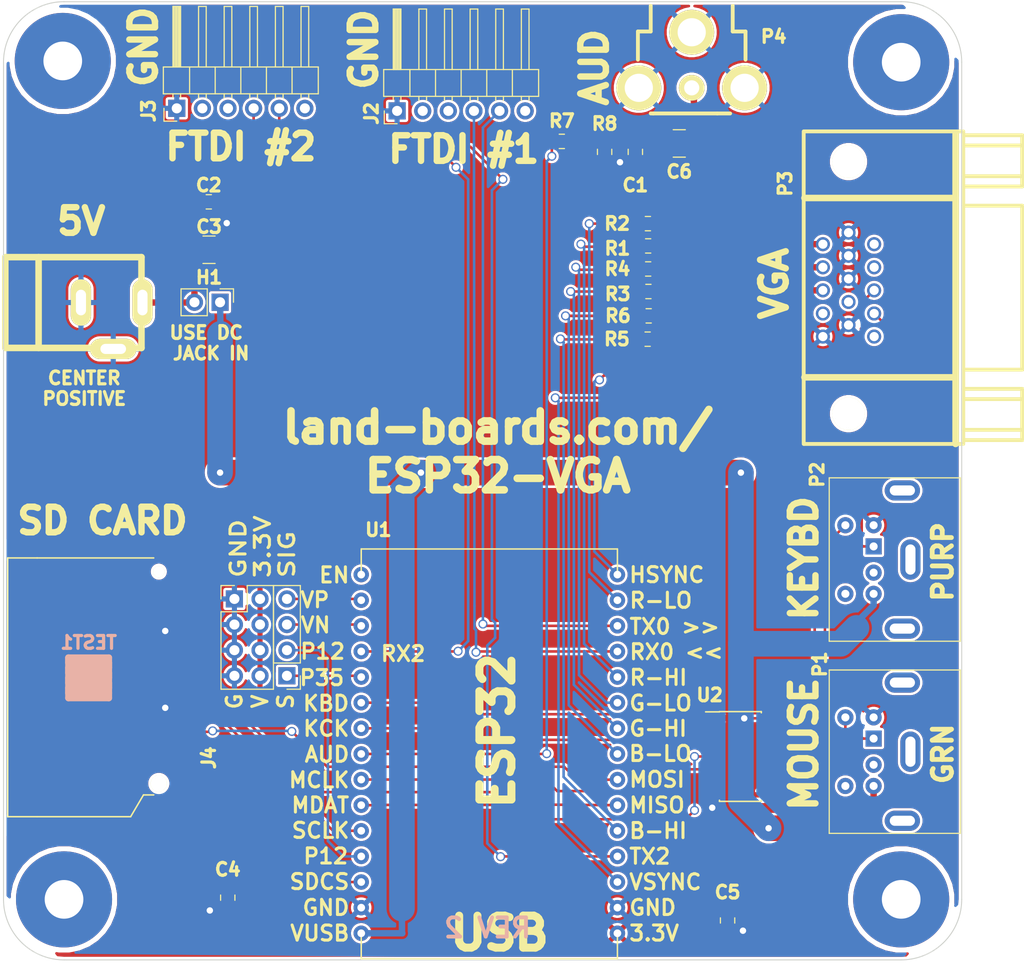
<source format=kicad_pcb>
(kicad_pcb (version 20171130) (host pcbnew "(5.1.5)-3")
  (title_block (title ESP32-VGA) (date 2019-03-03) (rev 2) (company land-boards.com))
  (layers (0 F.Cu signal) (31 B.Cu signal) (36 B.SilkS user hide) (37 F.SilkS user) (38 B.Mask user hide) (39 F.Mask user) (44 Edge.Cuts user))
  (net 0 "")
  (net 1 +5V)
  (net 2 GND)
  (net 3 +3V3)
  (net 4 /GP35)
  (net 5 /TX0)
  (net 6 /RX0)
  (net 7 /TX2)
  (net 8 /VP)
  (net 9 /VN)
  (net 10 "Net-(C1-Pad1)")
  (net 11 "Net-(P3-Pad3)")
  (net 12 "Net-(P3-Pad2)")
  (net 13 "Net-(P3-Pad1)")
  (net 14 /HSYNC)
  (net 15 /VSYNC)
  (net 16 /REDHI)
  (net 17 /REDLO)
  (net 18 /GRNHI)
  (net 19 /GRNLO)
  (net 20 /BLUHI)
  (net 21 /BLULO)
  (net 22 /AUDIO)
  (net 23 /KBDAT)
  (net 24 /KBCLK)
  (net 25 /MSECLK)
  (net 26 /MSEDAT)
  (net 27 /RX2)
  (net 28 /MOSI)
  (net 29 /SDCS)
  (net 30 /SCLK)
  (net 31 /MISO)
  (net 32 /GP12)
  (net 33 "Net-(C2-Pad1)")
  (net 34 "Net-(C6-Pad2)")
  (net 35 "Net-(P1-Pad5)")
  (net 36 "Net-(P1-Pad1)")
  (net 37 "Net-(P2-Pad1)")
  (net 38 "Net-(P2-Pad5)")
  (module Resistor_SMD:R_0805_2012Metric_Pad1.15x1.40mm_HandSolder (layer F.Cu) (at 65.3542 23.8506 180)
    (fp_text reference R7 (at 0 2.032 180) (layer F.SilkS) (effects (font (size 1.27 1.27) (thickness 0.3175))))
    (fp_text value 270)
    (pad 1 smd roundrect (at -1.025 0 180) (size 1.15 1.4) (layers F.Cu F.Paste F.Mask) (roundrect_rratio 0.217391) (net 10 "Net-(C1-Pad1)"))
    (pad 2 smd roundrect (at 1.025 0 180) (size 1.15 1.4) (layers F.Cu F.Paste F.Mask) (roundrect_rratio 0.217391) (net 22 /AUDIO))
  )
  (module LandBoards_MountHoles:MTG-6-32 (layer F.Cu) (at 15.875 15.875)
    (fp_text reference MTG1 hide)
    (fp_text value MTG_HOLE hide)
    (pad 1 thru_hole circle (at 0 0) (size 9.525 9.525) (drill 3.8354) (layers *.Cu *.Mask) (clearance 0.508))
  )
  (module LandBoards_MountHoles:MTG-6-32 (layer F.Cu) (at 99 99)
    (fp_text reference MTG2 hide)
    (fp_text value MTG_HOLE hide)
    (pad 1 thru_hole circle (at 0 0) (size 9.525 9.525) (drill 3.8354) (layers *.Cu *.Mask) (clearance 0.508))
  )
  (module LandBoards_MountHoles:MTG-6-32 (layer F.Cu) (at 16 99)
    (fp_text reference MTG3 hide)
    (fp_text value MTG_HOLE hide)
    (pad 1 thru_hole circle (at 0 0) (size 9.525 9.525) (drill 3.8354) (layers *.Cu *.Mask) (clearance 0.508))
  )
  (module LandBoards_MountHoles:MTG-6-32 (layer F.Cu) (at 99 16)
    (fp_text reference MTG?1 hide)
    (fp_text value MTG_HOLE hide)
    (pad 1 thru_hole circle (at 0 0) (size 9.525 9.525) (drill 3.8354) (layers *.Cu *.Mask) (clearance 0.508))
  )
  (module LandBoards_BoardOutlines:ESP32_EXP (layer F.Cu) (at 58.166 102.362 180)
    (fp_text reference U1 (at 11 40 180) (layer F.SilkS) (effects (font (size 1.27 1.27) (thickness 0.3175))))
    (fp_text value "ESP32 MODULE")
    (pad 1 thru_hole circle (at -12.7 0 180) (size 1.524 1.524) (drill 0.762) (layers *.Cu *.Mask) (net 3 +3V3))
    (pad 2 thru_hole circle (at -12.7 2.54 180) (size 1.524 1.524) (drill 0.762) (layers *.Cu *.Mask) (net 2 GND))
    (pad 3 thru_hole circle (at -12.7 5.08 180) (size 1.524 1.524) (drill 0.762) (layers *.Cu *.Mask) (net 15 /VSYNC))
    (pad 4 thru_hole circle (at -12.7 7.62 180) (size 1.524 1.524) (drill 0.762) (layers *.Cu *.Mask) (net 7 /TX2))
    (pad 5 thru_hole circle (at -12.7 10.16 180) (size 1.524 1.524) (drill 0.762) (layers *.Cu *.Mask) (net 20 /BLUHI))
    (pad 6 thru_hole circle (at -12.7 12.7 180) (size 1.524 1.524) (drill 0.762) (layers *.Cu *.Mask) (net 31 /MISO))
    (pad 7 thru_hole circle (at -12.7 15.24 180) (size 1.524 1.524) (drill 0.762) (layers *.Cu *.Mask) (net 28 /MOSI))
    (pad 8 thru_hole circle (at -12.7 17.78 180) (size 1.524 1.524) (drill 0.762) (layers *.Cu *.Mask) (net 21 /BLULO))
    (pad 9 thru_hole circle (at -12.7 20.32 180) (size 1.524 1.524) (drill 0.762) (layers *.Cu *.Mask) (net 18 /GRNHI))
    (pad 10 thru_hole circle (at -12.7 22.86 180) (size 1.524 1.524) (drill 0.762) (layers *.Cu *.Mask) (net 19 /GRNLO))
    (pad 11 thru_hole circle (at -12.7 25.4 180) (size 1.524 1.524) (drill 0.762) (layers *.Cu *.Mask) (net 16 /REDHI))
    (pad 12 thru_hole circle (at -12.7 27.94 180) (size 1.524 1.524) (drill 0.762) (layers *.Cu *.Mask) (net 6 /RX0))
    (pad 13 thru_hole circle (at -12.7 30.48 180) (size 1.524 1.524) (drill 0.762) (layers *.Cu *.Mask) (net 5 /TX0))
    (pad 14 thru_hole circle (at -12.7 33.02 180) (size 1.524 1.524) (drill 0.762) (layers *.Cu *.Mask) (net 17 /REDLO))
    (pad 15 thru_hole circle (at -12.7 35.56 180) (size 1.524 1.524) (drill 0.762) (layers *.Cu *.Mask) (net 14 /HSYNC))
    (pad 16 thru_hole circle (at 12.7 35.56 180) (size 1.524 1.524) (drill 0.762) (layers *.Cu *.Mask))
    (pad 17 thru_hole circle (at 12.7 33.02 180) (size 1.524 1.524) (drill 0.762) (layers *.Cu *.Mask) (net 8 /VP))
    (pad 18 thru_hole circle (at 12.7 30.48 180) (size 1.524 1.524) (drill 0.762) (layers *.Cu *.Mask) (net 9 /VN))
    (pad 19 thru_hole circle (at 12.7 27.94 180) (size 1.524 1.524) (drill 0.762) (layers *.Cu *.Mask) (net 27 /RX2))
    (pad 20 thru_hole circle (at 12.7 25.4 180) (size 1.524 1.524) (drill 0.762) (layers *.Cu *.Mask) (net 4 /GP35))
    (pad 21 thru_hole circle (at 12.7 22.86 180) (size 1.524 1.524) (drill 0.762) (layers *.Cu *.Mask) (net 23 /KBDAT))
    (pad 22 thru_hole circle (at 12.7 20.32 180) (size 1.524 1.524) (drill 0.762) (layers *.Cu *.Mask) (net 24 /KBCLK))
    (pad 23 thru_hole circle (at 12.7 17.78 180) (size 1.524 1.524) (drill 0.762) (layers *.Cu *.Mask) (net 22 /AUDIO))
    (pad 24 thru_hole circle (at 12.7 15.24 180) (size 1.524 1.524) (drill 0.762) (layers *.Cu *.Mask) (net 25 /MSECLK))
    (pad 25 thru_hole circle (at 12.7 12.7 180) (size 1.524 1.524) (drill 0.762) (layers *.Cu *.Mask) (net 26 /MSEDAT))
    (pad 26 thru_hole circle (at 12.7 10.16 180) (size 1.524 1.524) (drill 0.762) (layers *.Cu *.Mask) (net 30 /SCLK))
    (pad 27 thru_hole circle (at 12.7 7.62 180) (size 1.524 1.524) (drill 0.762) (layers *.Cu *.Mask) (net 32 /GP12))
    (pad 28 thru_hole circle (at 12.7 5.08 180) (size 1.524 1.524) (drill 0.762) (layers *.Cu *.Mask) (net 29 /SDCS))
    (pad 29 thru_hole circle (at 12.7 2.54 180) (size 1.524 1.524) (drill 0.762) (layers *.Cu *.Mask) (net 2 GND))
    (pad 30 thru_hole circle (at 12.7 0 180) (size 1.524 1.524) (drill 0.762) (layers *.Cu *.Mask) (net 1 +5V))
  )
  (module LandBoards_Conns:DB_15F-VGA-fixed (layer F.Cu) (at 97.79 38.354 90)
    (fp_text reference P3 (at 10.3124 -10.287 90) (layer F.SilkS) (effects (font (size 1.27 1.27) (thickness 0.3175))))
    (fp_text value "CONN, DB15HD, BLUE (VGA)" hide)
    (pad "" np_thru_hole circle (at 12.49426 -4.01066 90) (size 3.2 3.2) (drill 3.2) (layers *.Cu *.Mask F.SilkS))
    (pad 3 thru_hole circle (at -0.2667 -6.55066 90) (size 1.397 1.397) (drill 0.889) (layers *.Cu *.Mask) (net 11 "Net-(P3-Pad3)"))
    (pad 2 thru_hole circle (at 2.0193 -6.55066 90) (size 1.397 1.397) (drill 0.9144) (layers *.Cu *.Mask) (net 12 "Net-(P3-Pad2)"))
    (pad 1 thru_hole circle (at 4.31038 -6.55066 90) (size 1.397 1.397) (drill 0.9144) (layers *.Cu *.Mask) (net 13 "Net-(P3-Pad1)"))
    (pad 4 thru_hole circle (at -2.56032 -6.55066 90) (size 1.397 1.397) (drill 0.9144) (layers *.Cu *.Mask))
    (pad 5 thru_hole circle (at -4.84886 -6.55066 90) (size 1.397 1.397) (drill 0.9144) (layers *.Cu *.Mask) (net 2 GND))
    (pad 9 thru_hole circle (at -1.41478 -4.01066 90) (size 1.397 1.397) (drill 0.9144) (layers *.Cu *.Mask))
    (pad 8 thru_hole circle (at 0.87376 -4.01066 90) (size 1.397 1.397) (drill 0.9144) (layers *.Cu *.Mask) (net 2 GND))
    (pad 7 thru_hole circle (at 3.16484 -4.01066 90) (size 1.397 1.397) (drill 0.9144) (layers *.Cu *.Mask) (net 2 GND))
    (pad 6 thru_hole circle (at 5.45592 -4.01066 90) (size 1.397 1.397) (drill 0.9144) (layers *.Cu *.Mask) (net 2 GND))
    (pad "" np_thru_hole circle (at -12.49426 -4.01066 90) (size 3.2 3.2) (drill 3.2) (layers *.Cu *.Mask F.SilkS))
    (pad 10 thru_hole circle (at -3.70586 -4.01066 90) (size 1.397 1.397) (drill 0.9144) (layers *.Cu *.Mask) (net 2 GND))
    (pad 11 thru_hole circle (at 4.31038 -1.47066 90) (size 1.397 1.397) (drill 0.9144) (layers *.Cu *.Mask))
    (pad 12 thru_hole circle (at 2.0193 -1.47066 90) (size 1.397 1.397) (drill 0.9144) (layers *.Cu *.Mask))
    (pad 13 thru_hole circle (at -0.26924 -1.4732 90) (size 1.397 1.397) (drill 0.9144) (layers *.Cu *.Mask) (net 14 /HSYNC))
    (pad 14 thru_hole circle (at -2.56032 -1.47066 90) (size 1.397 1.397) (drill 0.9144) (layers *.Cu *.Mask) (net 15 /VSYNC))
    (pad 15 thru_hole circle (at -4.84886 -1.47066 90) (size 1.397 1.397) (drill 0.9144) (layers *.Cu *.Mask))
  )
  (module Resistor_SMD:R_0805_2012Metric_Pad1.15x1.40mm_HandSolder (layer F.Cu) (at 73.914 34.2138 180)
    (fp_text reference R1 (at 3.048 -0.254 180) (layer F.SilkS) (effects (font (size 1.27 1.27) (thickness 0.3175))))
    (fp_text value 261)
    (pad 1 smd roundrect (at -1.025 0 180) (size 1.15 1.4) (layers F.Cu F.Paste F.Mask) (roundrect_rratio 0.217391) (net 13 "Net-(P3-Pad1)"))
    (pad 2 smd roundrect (at 1.025 0 180) (size 1.15 1.4) (layers F.Cu F.Paste F.Mask) (roundrect_rratio 0.217391) (net 16 /REDHI))
  )
  (module Resistor_SMD:R_0805_2012Metric_Pad1.15x1.40mm_HandSolder (layer F.Cu) (at 73.8886 32.004 180)
    (fp_text reference R2 (at 3.048 0 180) (layer F.SilkS) (effects (font (size 1.27 1.27) (thickness 0.3175))))
    (fp_text value 523)
    (pad 2 smd roundrect (at 1.025 0 180) (size 1.15 1.4) (layers F.Cu F.Paste F.Mask) (roundrect_rratio 0.217391) (net 17 /REDLO))
    (pad 1 smd roundrect (at -1.025 0 180) (size 1.15 1.4) (layers F.Cu F.Paste F.Mask) (roundrect_rratio 0.217391) (net 13 "Net-(P3-Pad1)"))
  )
  (module Resistor_SMD:R_0805_2012Metric_Pad1.15x1.40mm_HandSolder (layer F.Cu) (at 73.9394 38.735 180)
    (fp_text reference R3 (at 3.048 -0.254 180) (layer F.SilkS) (effects (font (size 1.27 1.27) (thickness 0.3175))))
    (fp_text value 261)
    (pad 1 smd roundrect (at -1.025 0 180) (size 1.15 1.4) (layers F.Cu F.Paste F.Mask) (roundrect_rratio 0.217391) (net 12 "Net-(P3-Pad2)"))
    (pad 2 smd roundrect (at 1.025 0 180) (size 1.15 1.4) (layers F.Cu F.Paste F.Mask) (roundrect_rratio 0.217391) (net 18 /GRNHI))
  )
  (module Resistor_SMD:R_0805_2012Metric_Pad1.15x1.40mm_HandSolder (layer F.Cu) (at 73.914 36.4998 180)
    (fp_text reference R4 (at 3.048 0 180) (layer F.SilkS) (effects (font (size 1.27 1.27) (thickness 0.3175))))
    (fp_text value 523)
    (pad 2 smd roundrect (at 1.025 0 180) (size 1.15 1.4) (layers F.Cu F.Paste F.Mask) (roundrect_rratio 0.217391) (net 19 /GRNLO))
    (pad 1 smd roundrect (at -1.025 0 180) (size 1.15 1.4) (layers F.Cu F.Paste F.Mask) (roundrect_rratio 0.217391) (net 12 "Net-(P3-Pad2)"))
  )
  (module Resistor_SMD:R_0805_2012Metric_Pad1.15x1.40mm_HandSolder (layer F.Cu) (at 73.8632 43.4594 180)
    (fp_text reference R5 (at 3.048 0 180) (layer F.SilkS) (effects (font (size 1.27 1.27) (thickness 0.3175))))
    (fp_text value 261)
    (pad 2 smd roundrect (at 1.025 0 180) (size 1.15 1.4) (layers F.Cu F.Paste F.Mask) (roundrect_rratio 0.217391) (net 20 /BLUHI))
    (pad 1 smd roundrect (at -1.025 0 180) (size 1.15 1.4) (layers F.Cu F.Paste F.Mask) (roundrect_rratio 0.217391) (net 11 "Net-(P3-Pad3)"))
  )
  (module Resistor_SMD:R_0805_2012Metric_Pad1.15x1.40mm_HandSolder (layer F.Cu) (at 73.9648 41.148 180)
    (fp_text reference R6 (at 3.048 0 180) (layer F.SilkS) (effects (font (size 1.27 1.27) (thickness 0.3175))))
    (fp_text value 523)
    (pad 1 smd roundrect (at -1.025 0 180) (size 1.15 1.4) (layers F.Cu F.Paste F.Mask) (roundrect_rratio 0.217391) (net 11 "Net-(P3-Pad3)"))
    (pad 2 smd roundrect (at 1.025 0 180) (size 1.15 1.4) (layers F.Cu F.Paste F.Mask) (roundrect_rratio 0.217391) (net 21 /BLULO))
  )
  (module Resistor_SMD:R_0805_2012Metric_Pad1.15x1.40mm_HandSolder (layer F.Cu) (at 69.596 24.892 90)
    (fp_text reference R8 (at 2.794 0 180) (layer F.SilkS) (effects (font (size 1.27 1.27) (thickness 0.3175))))
    (fp_text value 150)
    (pad 2 smd roundrect (at 1.025 0 90) (size 1.15 1.4) (layers F.Cu F.Paste F.Mask) (roundrect_rratio 0.217391) (net 10 "Net-(C1-Pad1)"))
    (pad 1 smd roundrect (at -1.025 0 90) (size 1.15 1.4) (layers F.Cu F.Paste F.Mask) (roundrect_rratio 0.217391) (net 2 GND))
  )
  (module LandBoards_Marking:TEST_BLK-REAR (layer F.Cu) (at 18.4404 77.0382)
    (fp_text reference TEST1 (at 0 -3.5) (layer B.SilkS) (effects (font (size 1.27 1.27) (thickness 0.3175)) (justify mirror)))
    (fp_text value COUPON hide)
  )
  (module Package_SO:SOIC-14_3.9x8.7mm_P1.27mm (layer F.Cu) (at 83.058 84.836)
    (fp_text reference U2 (at -3.048 -6.096) (layer F.SilkS) (effects (font (size 1.27 1.27) (thickness 0.3175))))
    (fp_text value TXS0104EDR)
    (pad 1 smd rect (at -2.7 -3.81) (size 1.5 0.6) (layers F.Cu F.Paste F.Mask) (net 3 +3V3))
    (pad 2 smd rect (at -2.7 -2.54) (size 1.5 0.6) (layers F.Cu F.Paste F.Mask) (net 23 /KBDAT))
    (pad 3 smd rect (at -2.7 -1.27) (size 1.5 0.6) (layers F.Cu F.Paste F.Mask) (net 24 /KBCLK))
    (pad 4 smd rect (at -2.7 0) (size 1.5 0.6) (layers F.Cu F.Paste F.Mask) (net 26 /MSEDAT))
    (pad 5 smd rect (at -2.7 1.27) (size 1.5 0.6) (layers F.Cu F.Paste F.Mask) (net 25 /MSECLK))
    (pad 6 smd rect (at -2.7 2.54) (size 1.5 0.6) (layers F.Cu F.Paste F.Mask))
    (pad 7 smd rect (at -2.7 3.81) (size 1.5 0.6) (layers F.Cu F.Paste F.Mask) (net 2 GND))
    (pad 8 smd rect (at 2.7 3.81) (size 1.5 0.6) (layers F.Cu F.Paste F.Mask) (net 3 +3V3))
    (pad 9 smd rect (at 2.7 2.54) (size 1.5 0.6) (layers F.Cu F.Paste F.Mask))
    (pad 10 smd rect (at 2.7 1.27) (size 1.5 0.6) (layers F.Cu F.Paste F.Mask) (net 35 "Net-(P1-Pad5)"))
    (pad 11 smd rect (at 2.7 0) (size 1.5 0.6) (layers F.Cu F.Paste F.Mask) (net 36 "Net-(P1-Pad1)"))
    (pad 12 smd rect (at 2.7 -1.27) (size 1.5 0.6) (layers F.Cu F.Paste F.Mask) (net 38 "Net-(P2-Pad5)"))
    (pad 13 smd rect (at 2.7 -2.54) (size 1.5 0.6) (layers F.Cu F.Paste F.Mask) (net 37 "Net-(P2-Pad1)"))
    (pad 14 smd rect (at 2.7 -3.81) (size 1.5 0.6) (layers F.Cu F.Paste F.Mask) (net 1 +5V))
  )
  (module LandBoards_Conns:Connector_Mini-DIN_Female_6Pin_2rows (layer F.Cu) (at 96.266 64.008 90)
    (fp_text reference P2 (at 7.112 -5.588 90) (layer F.SilkS) (effects (font (size 1.27 1.27) (thickness 0.3175))))
    (fp_text value "MINI-DIN6, PS2 (PURP)")
    (pad 7 thru_hole oval (at -8.15 2.85 90) (size 2 3.5) (drill oval 1 2.5) (layers *.Cu *.Mask))
    (pad 7 thru_hole oval (at 5.55 2.85 90) (size 2 3.5) (drill oval 1 2.5) (layers *.Cu *.Mask))
    (pad 1 thru_hole rect (at 0 0 90) (size 1.6 1.6) (drill 0.8) (layers *.Cu *.Mask) (net 37 "Net-(P2-Pad1)"))
    (pad 2 thru_hole circle (at -2.6 0 90) (size 1.6 1.6) (drill 0.8) (layers *.Cu *.Mask))
    (pad 3 thru_hole circle (at 2.1 0 90) (size 1.6 1.6) (drill 0.8) (layers *.Cu *.Mask) (net 2 GND))
    (pad 4 thru_hole circle (at -4.7 0 90) (size 1.6 1.6) (drill 0.8) (layers *.Cu *.Mask) (net 1 +5V))
    (pad 5 thru_hole circle (at 2.1 -2.8 90) (size 1.6 1.6) (drill 0.8) (layers *.Cu *.Mask) (net 38 "Net-(P2-Pad5)"))
    (pad 6 thru_hole circle (at -4.7 -2.8 90) (size 1.6 1.6) (drill 0.8) (layers *.Cu *.Mask))
    (pad 7 thru_hole oval (at -1.3 3.65 90) (size 4 2) (drill oval 3 1) (layers *.Cu *.Mask))
  )
  (module LandBoards_Conns:Connector_Mini-DIN_Female_6Pin_2rows (layer F.Cu) (at 96.266 83.058 90)
    (fp_text reference P1 (at 7.366 -5.334 90) (layer F.SilkS) (effects (font (size 1.27 1.27) (thickness 0.3175))))
    (fp_text value "MINI-DIN6, PS2 (GRN)")
    (pad 7 thru_hole oval (at -1.3 3.65 90) (size 4 2) (drill oval 3 1) (layers *.Cu *.Mask))
    (pad 6 thru_hole circle (at -4.7 -2.8 90) (size 1.6 1.6) (drill 0.8) (layers *.Cu *.Mask))
    (pad 5 thru_hole circle (at 2.1 -2.8 90) (size 1.6 1.6) (drill 0.8) (layers *.Cu *.Mask) (net 35 "Net-(P1-Pad5)"))
    (pad 4 thru_hole circle (at -4.7 0 90) (size 1.6 1.6) (drill 0.8) (layers *.Cu *.Mask) (net 1 +5V))
    (pad 3 thru_hole circle (at 2.1 0 90) (size 1.6 1.6) (drill 0.8) (layers *.Cu *.Mask) (net 2 GND))
    (pad 2 thru_hole circle (at -2.6 0 90) (size 1.6 1.6) (drill 0.8) (layers *.Cu *.Mask))
    (pad 1 thru_hole rect (at 0 0 90) (size 1.6 1.6) (drill 0.8) (layers *.Cu *.Mask) (net 36 "Net-(P1-Pad1)"))
    (pad 7 thru_hole oval (at 5.55 2.85 90) (size 2 3.5) (drill oval 1 2.5) (layers *.Cu *.Mask))
    (pad 7 thru_hole oval (at -8.15 2.85 90) (size 2 3.5) (drill oval 1 2.5) (layers *.Cu *.Mask))
  )
  (module LandBoards_Conns:RCA (layer F.Cu) (at 78.232 18.542)
    (fp_text reference P4 (at 8.128 -5.08 180) (layer F.SilkS) (effects (font (size 1.27 1.27) (thickness 0.3175))))
    (fp_text value "JACK,, RT ANG, RCA" hide)
    (pad 1 thru_hole circle (at 0 -5.5118) (size 4.445 4.445) (drill 2.794) (layers *.Cu *.Mask F.SilkS) (net 2 GND))
    (pad 2 thru_hole circle (at -5.2451 0) (size 4.445 4.445) (drill 2.794) (layers *.Cu *.Mask F.SilkS) (net 2 GND))
    (pad 3 thru_hole circle (at 5.2451 0) (size 4.445 4.445) (drill 2.794) (layers *.Cu *.Mask F.SilkS) (net 2 GND))
    (pad 4 thru_hole circle (at 0 0) (size 2.54 2.54) (drill 1.4986) (layers *.Cu *.Mask F.SilkS) (net 34 "Net-(C6-Pad2)"))
  )
  (module Connector_PinHeader_2.54mm:PinHeader_1x06_P2.54mm_Horizontal (layer F.Cu) (at 49.022 20.828 90)
    (fp_text reference J2 (at -0.254 -2.54 90) (layer F.SilkS) (effects (font (size 1.27 1.27) (thickness 0.3175))))
    (fp_text value "Header, 1x6, Rt Ang, (FTDI)")
    (pad 6 thru_hole oval (at 0 12.7 90) (size 1.7 1.7) (drill 1) (layers *.Cu *.Mask))
    (pad 5 thru_hole oval (at 0 10.16 90) (size 1.7 1.7) (drill 1) (layers *.Cu *.Mask) (net 5 /TX0))
    (pad 4 thru_hole oval (at 0 7.62 90) (size 1.7 1.7) (drill 1) (layers *.Cu *.Mask) (net 6 /RX0))
    (pad 3 thru_hole oval (at 0 5.08 90) (size 1.7 1.7) (drill 1) (layers *.Cu *.Mask))
    (pad 2 thru_hole oval (at 0 2.54 90) (size 1.7 1.7) (drill 1) (layers *.Cu *.Mask))
    (pad 1 thru_hole rect (at 0 0 90) (size 1.7 1.7) (drill 1) (layers *.Cu *.Mask) (net 2 GND))
  )
  (module Connector_PinHeader_2.54mm:PinHeader_1x06_P2.54mm_Horizontal (layer F.Cu) (at 27.178 20.574 90)
    (fp_text reference J3 (at -0.254 -2.794 90) (layer F.SilkS) (effects (font (size 1.27 1.27) (thickness 0.3175))))
    (fp_text value "Header, 1x6, Rt Ang, (FTDI)")
    (pad 1 thru_hole rect (at 0 0 90) (size 1.7 1.7) (drill 1) (layers *.Cu *.Mask) (net 2 GND))
    (pad 2 thru_hole oval (at 0 2.54 90) (size 1.7 1.7) (drill 1) (layers *.Cu *.Mask))
    (pad 3 thru_hole oval (at 0 5.08 90) (size 1.7 1.7) (drill 1) (layers *.Cu *.Mask))
    (pad 4 thru_hole oval (at 0 7.62 90) (size 1.7 1.7) (drill 1) (layers *.Cu *.Mask) (net 27 /RX2))
    (pad 5 thru_hole oval (at 0 10.16 90) (size 1.7 1.7) (drill 1) (layers *.Cu *.Mask) (net 7 /TX2))
    (pad 6 thru_hole oval (at 0 12.7 90) (size 1.7 1.7) (drill 1) (layers *.Cu *.Mask))
  )
  (module Capacitor_SMD:C_0805_2012Metric_Pad1.15x1.40mm_HandSolder (layer F.Cu) (at 72.644 24.892 270)
    (fp_text reference C1 (at 3.302 0) (layer F.SilkS) (effects (font (size 1.27 1.27) (thickness 0.3175))))
    (fp_text value 0.1uF)
    (pad 1 smd roundrect (at -1.025 0 270) (size 1.15 1.4) (layers F.Cu F.Paste F.Mask) (roundrect_rratio 0.217391) (net 10 "Net-(C1-Pad1)"))
    (pad 2 smd roundrect (at 1.025 0 270) (size 1.15 1.4) (layers F.Cu F.Paste F.Mask) (roundrect_rratio 0.217391) (net 2 GND))
  )
  (module Capacitor_SMD:C_0805_2012Metric_Pad1.15x1.40mm_HandSolder (layer F.Cu) (at 32.2326 98.8314 270)
    (fp_text reference C4 (at -2.794 0) (layer F.SilkS) (effects (font (size 1.27 1.27) (thickness 0.3175))))
    (fp_text value 0.1uF)
    (pad 1 smd roundrect (at -1.025 0 270) (size 1.15 1.4) (layers F.Cu F.Paste F.Mask) (roundrect_rratio 0.217391) (net 3 +3V3))
    (pad 2 smd roundrect (at 1.025 0 270) (size 1.15 1.4) (layers F.Cu F.Paste F.Mask) (roundrect_rratio 0.217391) (net 2 GND))
  )
  (module Capacitor_SMD:C_0805_2012Metric_Pad1.15x1.40mm_HandSolder (layer F.Cu) (at 81.788 101.092 270)
    (fp_text reference C5 (at -2.794 0) (layer F.SilkS) (effects (font (size 1.27 1.27) (thickness 0.3175))))
    (fp_text value 0.1uF)
    (pad 2 smd roundrect (at 1.025 0 270) (size 1.15 1.4) (layers F.Cu F.Paste F.Mask) (roundrect_rratio 0.217391) (net 2 GND))
    (pad 1 smd roundrect (at -1.025 0 270) (size 1.15 1.4) (layers F.Cu F.Paste F.Mask) (roundrect_rratio 0.217391) (net 3 +3V3))
  )
  (module LandBoards_Conns:SD_CARD (layer F.Cu) (at 25.4 72.39 270)
    (fp_text reference J4 (at 12.573 -4.953 270) (layer F.SilkS) (effects (font (size 1.27 1.27) (thickness 0.3175))))
    (fp_text value "Conn, SD Card" hide)
    (pad 11 smd rect (at -6.6 -2.8 270) (size 0.7 1.5) (layers F.Cu F.Mask))
    (pad 10 smd rect (at -5.46 -2.8 270) (size 0.7 1.5) (layers F.Cu F.Mask))
    (pad "" np_thru_hole circle (at 15.12 0 270) (size 1.6 1.6) (drill 1.6) (layers *.Cu *.Mask F.SilkS))
    (pad 2 smd rect (at 10 -2.8 270) (size 1 1.5) (layers F.Cu F.Mask) (net 28 /MOSI))
    (pad 1 smd rect (at 12.5 -2.8 270) (size 1 1.5) (layers F.Cu F.Mask) (net 29 /SDCS))
    (pad 3 smd rect (at 7.5 -2.8 270) (size 1 1.5) (layers F.Cu F.Mask) (net 2 GND))
    (pad 4 smd rect (at 5 -2.8 270) (size 1 1.5) (layers F.Cu F.Mask) (net 3 +3V3))
    (pad 5 smd rect (at 2.5 -2.8 270) (size 1 1.5) (layers F.Cu F.Mask) (net 30 /SCLK))
    (pad 6 smd rect (at 0 -2.8 270) (size 1 1.5) (layers F.Cu F.Mask) (net 2 GND))
    (pad 7 smd rect (at -2.42 -2.8 270) (size 1 1.5) (layers F.Cu F.Mask) (net 31 /MISO))
    (pad 8 smd rect (at -4.12 -2.8 270) (size 1 1.5) (layers F.Cu F.Mask))
    (pad 9 smd rect (at 15 -2.8 270) (size 1 1.5) (layers F.Cu F.Mask))
    (pad 12 smd rect (at 17.07 -1 270) (size 1.5 2.8) (layers F.Cu F.Mask))
    (pad 13 smd rect (at -8.03 -1 270) (size 1.5 2.8) (layers F.Cu F.Mask))
    (pad 14 smd rect (at -8.03 13.5 270) (size 1.5 2.8) (layers F.Cu F.Mask))
    (pad 15 smd rect (at 19.27 13.5 270) (size 1.5 2.8) (layers F.Cu F.Mask))
    (pad "" np_thru_hole circle (at -5.88 0 270) (size 1.1 1.1) (drill 1.1) (layers *.Cu *.Mask F.SilkS))
  )
  (module Connector_PinHeader_2.54mm:PinHeader_2x04_P2.54mm_Vertical (layer F.Cu) (at 32.893 69.215)
    (fp_text reference H2 hide)
    (fp_text value "Header, Vert, 2x4")
    (pad 1 thru_hole rect (at 0 0) (size 1.7 1.7) (drill 1) (layers *.Cu *.Mask) (net 2 GND))
    (pad 2 thru_hole oval (at 2.54 0) (size 1.7 1.7) (drill 1) (layers *.Cu *.Mask) (net 3 +3V3))
    (pad 3 thru_hole oval (at 0 2.54) (size 1.7 1.7) (drill 1) (layers *.Cu *.Mask) (net 2 GND))
    (pad 4 thru_hole oval (at 2.54 2.54) (size 1.7 1.7) (drill 1) (layers *.Cu *.Mask) (net 3 +3V3))
    (pad 5 thru_hole oval (at 0 5.08) (size 1.7 1.7) (drill 1) (layers *.Cu *.Mask) (net 2 GND))
    (pad 6 thru_hole oval (at 2.54 5.08) (size 1.7 1.7) (drill 1) (layers *.Cu *.Mask) (net 3 +3V3))
    (pad 7 thru_hole oval (at 0 7.62) (size 1.7 1.7) (drill 1) (layers *.Cu *.Mask) (net 2 GND))
    (pad 8 thru_hole oval (at 2.54 7.62) (size 1.7 1.7) (drill 1) (layers *.Cu *.Mask) (net 3 +3V3))
  )
  (module Connector_PinHeader_2.54mm:PinHeader_1x04_P2.54mm_Vertical (layer F.Cu) (at 38.1 76.835 180)
    (fp_text reference H3 hide)
    (fp_text value "Header, Vert, 1x4")
    (pad 1 thru_hole rect (at 0 0 180) (size 1.7 1.7) (drill 1) (layers *.Cu *.Mask) (net 4 /GP35))
    (pad 2 thru_hole oval (at 0 2.54 180) (size 1.7 1.7) (drill 1) (layers *.Cu *.Mask) (net 32 /GP12))
    (pad 3 thru_hole oval (at 0 5.08 180) (size 1.7 1.7) (drill 1) (layers *.Cu *.Mask) (net 9 /VN))
    (pad 4 thru_hole oval (at 0 7.62 180) (size 1.7 1.7) (drill 1) (layers *.Cu *.Mask) (net 8 /VP))
  )
  (module Capacitor_SMD:C_0805_2012Metric_Pad1.15x1.40mm_HandSolder (layer F.Cu) (at 30.353 29.845)
    (fp_text reference C2 (at 0 -1.65) (layer F.SilkS) (effects (font (size 1.27 1.27) (thickness 0.3175))))
    (fp_text value 0.1uF)
    (pad 1 smd roundrect (at -1.025 0) (size 1.15 1.4) (layers F.Cu F.Paste F.Mask) (roundrect_rratio 0.217391) (net 33 "Net-(C2-Pad1)"))
    (pad 2 smd roundrect (at 1.025 0) (size 1.15 1.4) (layers F.Cu F.Paste F.Mask) (roundrect_rratio 0.217391) (net 2 GND))
  )
  (module Capacitor_SMD:C_1210_3225Metric_Pad1.42x2.65mm_HandSolder (layer F.Cu) (at 30.3784 34.5948)
    (fp_text reference C3 (at 0 -2.28) (layer F.SilkS) (effects (font (size 1.27 1.27) (thickness 0.3175))))
    (fp_text value 10uF)
    (pad 2 smd roundrect (at 1.4875 0) (size 1.425 2.65) (layers F.Cu F.Paste F.Mask) (roundrect_rratio 0.175439) (net 2 GND))
    (pad 1 smd roundrect (at -1.4875 0) (size 1.425 2.65) (layers F.Cu F.Paste F.Mask) (roundrect_rratio 0.175439) (net 33 "Net-(C2-Pad1)"))
  )
  (module Capacitor_SMD:C_1210_3225Metric_Pad1.42x2.65mm_HandSolder (layer F.Cu) (at 76.9985 24.0538)
    (fp_text reference C6 (at 0 2.794) (layer F.SilkS) (effects (font (size 1.27 1.27) (thickness 0.3175))))
    (fp_text value 10uF)
    (pad 1 smd roundrect (at -1.4875 0) (size 1.425 2.65) (layers F.Cu F.Paste F.Mask) (roundrect_rratio 0.175439) (net 10 "Net-(C1-Pad1)"))
    (pad 2 smd roundrect (at 1.4875 0) (size 1.425 2.65) (layers F.Cu F.Paste F.Mask) (roundrect_rratio 0.175439) (net 34 "Net-(C6-Pad2)"))
  )
  (module Connector_PinHeader_2.54mm:PinHeader_1x02_P2.54mm_Vertical (layer F.Cu) (at 31.4706 39.8018 270)
    (fp_text reference H1 (at -2.4638 1.0922 180) (layer F.SilkS) (effects (font (size 1.27 1.27) (thickness 0.3175))))
    (fp_text value Conn_01x02)
    (pad 1 thru_hole rect (at 0 0 270) (size 1.7 1.7) (drill 1) (layers *.Cu *.Mask) (net 1 +5V))
    (pad 2 thru_hole oval (at 0 2.54 270) (size 1.7 1.7) (drill 1) (layers *.Cu *.Mask) (net 33 "Net-(C2-Pad1)"))
  )
  (module LandBoards_Conns:DCJ-NEW-Slotted (layer F.Cu) (at 17.6784 39.8272)
    (fp_text reference J1 hide)
    (fp_text value DCJ0202 hide)
    (pad 2 thru_hole oval (at 0 0) (size 2 4.6) (drill oval 1 2.54) (layers *.Cu *.Mask F.SilkS) (net 2 GND))
    (pad 1 thru_hole oval (at 6.1 0) (size 2 4.6) (drill oval 1 2.54) (layers *.Cu *.Mask F.SilkS) (net 33 "Net-(C2-Pad1)"))
    (pad 3 thru_hole oval (at 3.2 4.6) (size 4.6 2) (drill oval 2.54 1) (layers *.Cu *.Mask F.SilkS) (net 2 GND))
  )
  (gr_text VGA (at 86.4108 37.9476 90) (layer F.SilkS) (effects (font (size 2.54 2.54) (thickness 0.635))))
  (gr_text "USE DC \nJACK IN" (at 30.5816 43.8404) (layer F.SilkS) (effects (font (size 1.27 1.27) (thickness 0.3175))))
  (gr_text "CENTER\nPOSITIVE" (at 18.0086 48.3362) (layer F.SilkS) (effects (font (size 1.27 1.27) (thickness 0.3175))))
  (gr_text 5V (at 17.7038 31.7754) (layer F.SilkS) (effects (font (size 2.54 2.54) (thickness 0.635))))
  (gr_text P12 (at 44.323 94.7166) (layer F.SilkS) (effects (font (size 1.5 1.5) (thickness 0.3)) (justify right)))
  (gr_text GRN (at 103.124 84.582 90) (layer F.SilkS) (effects (font (size 1.905 1.905) (thickness 0.47625))))
  (gr_text PURP (at 103.124 65.532 90) (layer F.SilkS) (effects (font (size 1.905 1.905) (thickness 0.47625))))
  (gr_text "SD CARD" (at 19.812 61.468) (layer F.SilkS) (effects (font (size 2.54 2.54) (thickness 0.635))))
  (gr_text GND (at 44.45 99.822) (layer F.SilkS) (effects (font (size 1.5 1.5) (thickness 0.3)) (justify right)))
  (gr_text GND (at 45.72 14.732 90) (layer F.SilkS) (effects (font (size 2.54 2.54) (thickness 0.635))))
  (gr_text GND (at 23.876 14.478 90) (layer F.SilkS) (effects (font (size 2.54 2.54) (thickness 0.635))))
  (gr_text AUD (at 68.58 16.51 90) (layer F.SilkS) (effects (font (size 2.54 2.54) (thickness 0.635))))
  (gr_text KEYBD (at 89.3572 65.1764 90) (layer F.SilkS) (effects (font (size 2.54 2.54) (thickness 0.635))))
  (gr_text MOUSE (at 89.3572 83.6168 90) (layer F.SilkS) (effects (font (size 2.54 2.54) (thickness 0.635))))
  (gr_text "GND\n3.3V\nSIG" (at 35.687 67.31 90) (layer F.SilkS) (effects (font (size 1.5 1.905) (thickness 0.3)) (justify left)))
  (gr_text "FTDI #2" (at 33.528 24.384) (layer F.SilkS) (effects (font (size 2.54 2.54) (thickness 0.635))))
  (gr_text VUSB (at 44.45 102.362) (layer F.SilkS) (effects (font (size 1.5 1.5) (thickness 0.3)) (justify right)))
  (gr_text EN (at 44.45 66.8528) (layer F.SilkS) (effects (font (size 1.5 1.5) (thickness 0.3)) (justify right)))
  (gr_text VP (at 42.4688 69.3166) (layer F.SilkS) (effects (font (size 1.5 1.5) (thickness 0.3)) (justify right)))
  (gr_text VN (at 42.5704 71.8058) (layer F.SilkS) (effects (font (size 1.5 1.5) (thickness 0.3)) (justify right)))
  (gr_text S (at 37.973 79.375 90) (layer F.SilkS) (effects (font (size 1.5 1.5) (thickness 0.3))))
  (gr_text G (at 32.893 79.375 90) (layer F.SilkS) (effects (font (size 1.5 1.5) (thickness 0.3))))
  (gr_text V (at 35.433 79.375 90) (layer F.SilkS) (effects (font (size 1.5 1.5) (thickness 0.3))))
  (gr_text SDCS (at 44.45 97.2566) (layer F.SilkS) (effects (font (size 1.5 1.5) (thickness 0.3)) (justify right)))
  (gr_text P12 (at 44.0182 74.422) (layer F.SilkS) (effects (font (size 1.5 1.5) (thickness 0.3)) (justify right)))
  (gr_text SCLK (at 44.45 92.1766) (layer F.SilkS) (effects (font (size 1.5 1.5) (thickness 0.3)) (justify right)))
  (gr_text MDAT (at 44.4246 89.662) (layer F.SilkS) (effects (font (size 1.5 1.5) (thickness 0.3)) (justify right)))
  (gr_text MCLK (at 44.45 87.1728) (layer F.SilkS) (effects (font (size 1.5 1.5) (thickness 0.3)) (justify right)))
  (gr_text AUD (at 44.45 84.6328) (layer F.SilkS) (effects (font (size 1.5 1.5) (thickness 0.3)) (justify right)))
  (gr_text KCK (at 44.45 82.0674) (layer F.SilkS) (effects (font (size 1.5 1.5) (thickness 0.3)) (justify right)))
  (gr_text KBD (at 44.4246 79.5782) (layer F.SilkS) (effects (font (size 1.5 1.5) (thickness 0.3)) (justify right)))
  (gr_text P35 (at 43.942 77.0382) (layer F.SilkS) (effects (font (size 1.5 1.5) (thickness 0.3)) (justify right)))
  (gr_text RX2 (at 51.9938 74.6506) (layer F.SilkS) (effects (font (size 1.5 1.5) (thickness 0.3)) (justify right)))
  (gr_text VSYNC (at 71.882 97.282) (layer F.SilkS) (effects (font (size 1.5 1.5) (thickness 0.3)) (justify left)))
  (gr_text TX2 (at 71.882 94.742) (layer F.SilkS) (effects (font (size 1.5 1.5) (thickness 0.3)) (justify left)))
  (gr_text B-HI (at 71.882 92.202) (layer F.SilkS) (effects (font (size 1.5 1.5) (thickness 0.3)) (justify left)))
  (gr_text MISO (at 71.882 89.662) (layer F.SilkS) (effects (font (size 1.5 1.5) (thickness 0.3)) (justify left)))
  (gr_text MOSI (at 71.882 87.122) (layer F.SilkS) (effects (font (size 1.5 1.5) (thickness 0.3)) (justify left)))
  (gr_text B-LO (at 71.8566 84.5566) (layer F.SilkS) (effects (font (size 1.5 1.5) (thickness 0.3)) (justify left)))
  (gr_text G-HI (at 71.882 82.0674) (layer F.SilkS) (effects (font (size 1.5 1.5) (thickness 0.3)) (justify left)))
  (gr_text G-LO (at 71.882 79.5528) (layer F.SilkS) (effects (font (size 1.5 1.5) (thickness 0.3)) (justify left)))
  (gr_text R-HI (at 71.9074 77.0128) (layer F.SilkS) (effects (font (size 1.5 1.5) (thickness 0.3)) (justify left)))
  (gr_text HSYNC (at 71.882 66.8274) (layer F.SilkS) (effects (font (size 1.5 1.5) (thickness 0.3)) (justify left)))
  (gr_text 3.3V (at 71.882 102.362) (layer F.SilkS) (effects (font (size 1.5 1.5) (thickness 0.3)) (justify left)))
  (gr_text "RX0 <<" (at 71.9074 74.4728) (layer F.SilkS) (effects (font (size 1.5 1.5) (thickness 0.3)) (justify left)))
  (gr_text R-LO (at 71.9074 69.3674) (layer F.SilkS) (effects (font (size 1.5 1.5) (thickness 0.3)) (justify left)))
  (gr_text GND (at 71.882 99.822) (layer F.SilkS) (effects (font (size 1.5 1.5) (thickness 0.3)) (justify left)))
  (gr_text "TX0 >>" (at 71.9074 71.9582) (layer F.SilkS) (effects (font (size 1.5 1.5) (thickness 0.3)) (justify left)))
  (gr_text "FTDI #1" (at 55.626 24.638) (layer F.SilkS) (effects (font (size 2.54 2.54) (thickness 0.635))))
  (gr_text USB (at 59.182 102.362) (layer F.SilkS) (effects (font (size 3.175 3.175) (thickness 0.79375))))
  (gr_text ESP32 (at 58.928 82.296 90) (layer F.SilkS) (effects (font (size 3.175 3.175) (thickness 0.79375))))
  (gr_text "REV 2" (at 57.9882 101.8286) (layer B.SilkS) (effects (font (size 1.905 1.905) (thickness 0.381)) (justify mirror)))
  (gr_line (start 10 99) (end 10 16) (angle 90) (layer Edge.Cuts) (width 0.1))
  (gr_line (start 99 105) (end 16 105) (angle 90) (layer Edge.Cuts) (width 0.1))
  (gr_line (start 105 16) (end 105 99) (angle 90) (layer Edge.Cuts) (width 0.1))
  (gr_line (start 16 10) (end 99 10) (angle 90) (layer Edge.Cuts) (width 0.1))
  (gr_arc (start 16 99) (end 16 105) (angle 90) (layer Edge.Cuts) (width 0.1))
  (gr_arc (start 99 99) (end 105 99) (angle 90) (layer Edge.Cuts) (width 0.1))
  (gr_arc (start 99 16) (end 99 10) (angle 90) (layer Edge.Cuts) (width 0.1))
  (gr_arc (start 16 16) (end 10 16) (angle 90) (layer Edge.Cuts) (width 0.1))
  (gr_text "land-boards.com/\nESP32-VGA" (at 59.0042 54.6354) (layer F.SilkS) (effects (font (size 3 3) (thickness 0.75))))
  (via (at 85.852 91.948) (size 0.889) (drill 0.635) (layers F.Cu B.Cu) (net 1))
  (segment (start 85.852 91.948) (end 91.186 91.948) (width 2.54) (layer F.Cu) (net 1))
  (segment (start 91.186 91.948) (end 94.5896 91.948) (width 0.635) (layer F.Cu) (net 1))
  (segment (start 96.266 90.2716) (end 96.266 87.758) (width 0.635) (layer F.Cu) (net 1))
  (segment (start 94.5896 91.948) (end 96.266 90.2716) (width 0.635) (layer F.Cu) (net 1))
  (via (at 31.4706 56.6928) (size 0.889) (drill 0.635) (layers F.Cu B.Cu) (net 1))
  (via (at 83.1088 56.6928) (size 0.889) (drill 0.635) (layers F.Cu B.Cu) (net 1))
  (via (at 51.3842 56.6928) (size 0.889) (drill 0.635) (layers F.Cu B.Cu) (net 1))
  (segment (start 31.4706 56.6928) (end 51.3842 56.6928) (width 0.635) (layer F.Cu) (net 1))
  (segment (start 51.3842 56.6928) (end 83.1088 56.6928) (width 0.635) (layer F.Cu) (net 1))
  (segment (start 82.480183 56.6928) (end 31.4706 56.6928) (width 2.54) (layer F.Cu) (net 1))
  (segment (start 83.1088 56.6928) (end 82.480183 56.6928) (width 2.54) (layer F.Cu) (net 1))
  (segment (start 31.4706 42.9768) (end 31.5214 42.926) (width 2.54) (layer B.Cu) (net 1))
  (segment (start 31.4706 56.6928) (end 31.4706 42.9768) (width 2.54) (layer B.Cu) (net 1))
  (segment (start 31.4706 39.8018) (end 31.5214 42.926) (width 0.635) (layer B.Cu) (net 1))
  (segment (start 49.4792 58.5978) (end 51.3842 56.6928) (width 2.54) (layer B.Cu) (net 1))
  (segment (start 45.466 102.362) (end 49.53 102.362) (width 0.635) (layer B.Cu) (net 1))
  (segment (start 49.5046 102.3366) (end 49.5046 99.9236) (width 0.635) (layer B.Cu) (net 1))
  (segment (start 49.53 102.362) (end 49.5046 102.3366) (width 0.635) (layer B.Cu) (net 1))
  (segment (start 49.5046 99.9236) (end 49.4792 58.5978) (width 2.54) (layer B.Cu) (net 1))
  (segment (start 83.1088 89.2048) (end 85.852 91.948) (width 2.54) (layer B.Cu) (net 1))
  (segment (start 83.1088 73.66) (end 92.9894 73.66) (width 2.54) (layer B.Cu) (net 1))
  (segment (start 83.1088 56.6928) (end 83.1088 73.66) (width 2.54) (layer B.Cu) (net 1))
  (segment (start 92.9894 73.66) (end 94.5642 72.0852) (width 2.54) (layer B.Cu) (net 1))
  (segment (start 94.5642 72.0852) (end 94.742 72.0852) (width 0.635) (layer B.Cu) (net 1))
  (segment (start 94.7674 71.33797) (end 94.7674 72.1106) (width 0.635) (layer B.Cu) (net 1))
  (segment (start 96.266 69.83937) (end 94.7674 71.33797) (width 0.635) (layer B.Cu) (net 1))
  (segment (start 96.266 68.708) (end 96.266 69.83937) (width 0.635) (layer B.Cu) (net 1))
  (segment (start 94.742 72.0852) (end 94.7674 72.1106) (width 0.635) (layer B.Cu) (net 1))
  (segment (start 83.1088 73.66) (end 83.1088 89.2048) (width 2.54) (layer B.Cu) (net 1))
  (segment (start 84.754 81.026) (end 84.7286 81.0514) (width 0.254) (layer F.Cu) (net 1))
  (segment (start 85.758 81.026) (end 84.754 81.026) (width 0.254) (layer F.Cu) (net 1))
  (segment (start 84.7286 81.0514) (end 83.439 81.0514) (width 0.254) (layer F.Cu) (net 1))
  (via (at 83.439 81.0514) (size 0.889) (drill 0.635) (layers F.Cu B.Cu) (net 1))
  (via (at 80.264 89.916) (size 0.889) (drill 0.635) (layers F.Cu B.Cu) (net 2))
  (segment (start 80.358 88.646) (end 80.358 89.822) (width 0.254) (layer F.Cu) (net 2))
  (segment (start 80.358 89.822) (end 80.264 89.916) (width 0.254) (layer F.Cu) (net 2))
  (via (at 30.4546 100.1014) (size 0.889) (drill 0.635) (layers F.Cu B.Cu) (net 2))
  (segment (start 32.2326 100.0814) (end 30.4746 100.0814) (width 0.635) (layer F.Cu) (net 2))
  (segment (start 30.4746 100.0814) (end 30.4546 100.1014) (width 0.635) (layer F.Cu) (net 2))
  (segment (start 30.4346 100.0814) (end 30.4546 100.1014) (width 0.635) (layer F.Cu) (net 2))
  (via (at 83.312 102.108) (size 0.889) (drill 0.635) (layers F.Cu B.Cu) (net 2))
  (segment (start 81.788 102.117) (end 83.303 102.117) (width 0.254) (layer F.Cu) (net 2))
  (segment (start 83.303 102.117) (end 83.312 102.108) (width 0.254) (layer F.Cu) (net 2))
  (via (at 71.12 25.917) (size 0.889) (drill 0.635) (layers F.Cu B.Cu) (net 2))
  (segment (start 72.644 25.917) (end 71.12 25.917) (width 0.254) (layer F.Cu) (net 2))
  (segment (start 69.596 25.917) (end 71.12 25.917) (width 0.254) (layer F.Cu) (net 2))
  (via (at 26.035 72.39) (size 0.889) (drill 0.635) (layers F.Cu B.Cu) (net 2))
  (segment (start 28.2 72.39) (end 26.035 72.39) (width 0.254) (layer F.Cu) (net 2))
  (via (at 26.035 80.01) (size 0.889) (drill 0.635) (layers F.Cu B.Cu) (net 2))
  (segment (start 28.2 79.89) (end 26.155 79.89) (width 0.254) (layer F.Cu) (net 2))
  (segment (start 26.155 79.89) (end 26.035 80.01) (width 0.254) (layer F.Cu) (net 2))
  (via (at 32.131 31.9532) (size 0.889) (drill 0.635) (layers F.Cu B.Cu) (net 2))
  (segment (start 31.378 31.2002) (end 32.131 31.9532) (width 0.635) (layer F.Cu) (net 2))
  (segment (start 31.378 29.845) (end 31.378 31.2002) (width 0.635) (layer F.Cu) (net 2))
  (segment (start 31.8659 32.2183) (end 32.131 31.9532) (width 0.635) (layer F.Cu) (net 2))
  (segment (start 31.8659 34.5948) (end 31.8659 32.2183) (width 0.635) (layer F.Cu) (net 2))
  (segment (start 45.339 76.835) (end 45.466 76.962) (width 0.254) (layer F.Cu) (net 4))
  (segment (start 38.1 76.835) (end 45.339 76.835) (width 0.254) (layer F.Cu) (net 4))
  (via (at 57.531 71.7042) (size 0.889) (drill 0.635) (layers F.Cu B.Cu) (net 5))
  (segment (start 70.866 71.882) (end 57.7088 71.882) (width 0.254) (layer F.Cu) (net 5))
  (segment (start 57.7088 71.882) (end 57.531 71.7042) (width 0.254) (layer F.Cu) (net 5))
  (segment (start 57.531 22.479) (end 59.182 20.828) (width 0.254) (layer B.Cu) (net 5))
  (segment (start 57.531 71.7042) (end 57.531 22.479) (width 0.254) (layer B.Cu) (net 5))
  (segment (start 56.642 20.828) (end 56.6928 69.9008) (width 0.254) (layer B.Cu) (net 6))
  (segment (start 70.866 74.422) (end 56.9214 74.422) (width 0.254) (layer F.Cu) (net 6))
  (segment (start 56.9214 74.422) (end 56.8452 74.4982) (width 0.254) (layer F.Cu) (net 6))
  (via (at 56.8452 74.4982) (size 0.889) (drill 0.635) (layers F.Cu B.Cu) (net 6))
  (segment (start 56.6928 69.9008) (end 56.6928 72.1614) (width 0.254) (layer B.Cu) (net 6))
  (segment (start 56.8452 72.3138) (end 56.8452 74.4982) (width 0.254) (layer B.Cu) (net 6))
  (segment (start 56.6928 72.1614) (end 56.8452 72.3138) (width 0.254) (layer B.Cu) (net 6))
  (segment (start 37.338 23.368) (end 37.338 20.574) (width 0.254) (layer F.Cu) (net 7))
  (segment (start 38.354 24.384) (end 37.338 23.368) (width 0.254) (layer F.Cu) (net 7))
  (via (at 59.5122 27.6098) (size 0.889) (drill 0.635) (layers F.Cu B.Cu) (net 7))
  (segment (start 56.2864 24.384) (end 59.5122 27.6098) (width 0.254) (layer F.Cu) (net 7))
  (segment (start 56.1086 24.384) (end 56.2864 24.384) (width 0.254) (layer F.Cu) (net 7))
  (segment (start 56.1086 24.384) (end 38.354 24.384) (width 0.254) (layer F.Cu) (net 7))
  (via (at 59.2836 94.7674) (size 0.889) (drill 0.635) (layers F.Cu B.Cu) (net 7))
  (segment (start 70.866 94.742) (end 59.309 94.742) (width 0.254) (layer F.Cu) (net 7))
  (segment (start 59.309 94.742) (end 59.2836 94.7674) (width 0.254) (layer F.Cu) (net 7))
  (segment (start 58.42001 28.70199) (end 58.42001 71.247008) (width 0.254) (layer B.Cu) (net 7))
  (segment (start 57.9628 73.8378) (end 57.9628 93.4466) (width 0.254) (layer B.Cu) (net 7))
  (segment (start 58.737501 73.063099) (end 57.9628 73.8378) (width 0.254) (layer B.Cu) (net 7))
  (segment (start 59.5122 27.6098) (end 58.42001 28.70199) (width 0.254) (layer B.Cu) (net 7))
  (segment (start 58.42001 71.247008) (end 58.737501 71.564499) (width 0.254) (layer B.Cu) (net 7))
  (segment (start 57.9628 93.4466) (end 59.2836 94.7674) (width 0.254) (layer B.Cu) (net 7))
  (segment (start 58.737501 71.564499) (end 58.737501 73.063099) (width 0.254) (layer B.Cu) (net 7))
  (segment (start 45.339 69.215) (end 45.466 69.342) (width 0.254) (layer F.Cu) (net 8))
  (segment (start 38.1 69.215) (end 45.339 69.215) (width 0.254) (layer F.Cu) (net 8))
  (segment (start 45.339 71.755) (end 45.466 71.882) (width 0.254) (layer F.Cu) (net 9))
  (segment (start 38.1 71.755) (end 45.339 71.755) (width 0.254) (layer F.Cu) (net 9))
  (segment (start 75.332066 23.867) (end 75.4745 23.724566) (width 0.635) (layer F.Cu) (net 10))
  (segment (start 72.644 23.867) (end 75.332066 23.867) (width 0.635) (layer F.Cu) (net 10))
  (segment (start 69.596 23.867) (end 72.644 23.867) (width 0.635) (layer F.Cu) (net 10))
  (segment (start 69.5796 23.8506) (end 69.596 23.867) (width 0.254) (layer F.Cu) (net 10))
  (segment (start 66.3792 23.8506) (end 69.5796 23.8506) (width 0.254) (layer F.Cu) (net 10))
  (segment (start 74.939 43.434) (end 74.939 41.148) (width 0.254) (layer F.Cu) (net 11))
  (segment (start 91.23934 38.6207) (end 79.7179 38.6207) (width 0.635) (layer F.Cu) (net 11))
  (segment (start 77.1906 41.148) (end 74.939 41.148) (width 0.635) (layer F.Cu) (net 11))
  (segment (start 79.7179 38.6207) (end 77.1906 41.148) (width 0.635) (layer F.Cu) (net 11))
  (segment (start 74.939 36.576) (end 74.939 38.862) (width 0.254) (layer F.Cu) (net 12))
  (segment (start 76.382794 36.3347) (end 91.23934 36.3347) (width 0.635) (layer F.Cu) (net 12))
  (segment (start 74.939 36.576) (end 76.141494 36.576) (width 0.635) (layer F.Cu) (net 12))
  (segment (start 76.141494 36.576) (end 76.382794 36.3347) (width 0.635) (layer F.Cu) (net 12))
  (segment (start 74.939 32.004) (end 74.939 34.29) (width 0.254) (layer F.Cu) (net 13))
  (segment (start 91.23934 34.04362) (end 76.37018 34.04362) (width 0.635) (layer F.Cu) (net 13))
  (segment (start 76.1238 34.29) (end 76.37018 34.04362) (width 0.635) (layer F.Cu) (net 13))
  (segment (start 74.939 34.29) (end 76.1238 34.29) (width 0.635) (layer F.Cu) (net 13))
  (via (at 69.088 47.498) (size 0.889) (drill 0.635) (layers F.Cu B.Cu) (net 14))
  (segment (start 94.996 41.412161) (end 94.996 39.94404) (width 0.254) (layer F.Cu) (net 14))
  (segment (start 95.239839 41.656) (end 94.996 41.412161) (width 0.254) (layer F.Cu) (net 14))
  (segment (start 69.088 47.498) (end 69.532499 47.053501) (width 0.254) (layer F.Cu) (net 14))
  (segment (start 69.532499 47.053501) (end 91.122499 47.053501) (width 0.254) (layer F.Cu) (net 14))
  (segment (start 91.122499 47.053501) (end 95.018862 43.157138) (width 0.254) (layer F.Cu) (net 14))
  (segment (start 95.018862 43.157138) (end 95.018862 42.418) (width 0.254) (layer F.Cu) (net 14))
  (segment (start 94.996 39.94404) (end 96.3168 38.62324) (width 0.254) (layer F.Cu) (net 14))
  (segment (start 95.018862 42.418) (end 95.239839 42.197023) (width 0.254) (layer F.Cu) (net 14))
  (segment (start 95.239839 42.197023) (end 95.239839 41.656) (width 0.254) (layer F.Cu) (net 14))
  (segment (start 68.7578 47.498) (end 68.58001 47.67579) (width 0.254) (layer B.Cu) (net 14))
  (segment (start 69.088 47.498) (end 68.7578 47.498) (width 0.254) (layer B.Cu) (net 14))
  (segment (start 68.58001 64.51601) (end 70.866 66.802) (width 0.254) (layer B.Cu) (net 14))
  (segment (start 68.58001 47.67579) (end 68.58001 64.51601) (width 0.254) (layer B.Cu) (net 14))
  (segment (start 97.79 42.38498) (end 96.31934 40.91432) (width 0.254) (layer F.Cu) (net 15))
  (segment (start 97.79 44.196) (end 97.79 42.38498) (width 0.254) (layer F.Cu) (net 15))
  (segment (start 96.012 45.974) (end 97.79 44.196) (width 0.254) (layer F.Cu) (net 15))
  (segment (start 94.234 45.974) (end 96.012 45.974) (width 0.254) (layer F.Cu) (net 15))
  (segment (start 90.932 49.276) (end 94.234 45.974) (width 0.254) (layer F.Cu) (net 15))
  (segment (start 70.993 49.276) (end 90.932 49.276) (width 0.254) (layer F.Cu) (net 15))
  (segment (start 70.993 49.276) (end 64.70647 49.276) (width 0.254) (layer F.Cu) (net 15))
  (via (at 64.70647 49.276) (size 0.889) (drill 0.635) (layers F.Cu B.Cu) (net 15))
  (segment (start 65.02396 49.59349) (end 64.70647 49.276) (width 0.254) (layer B.Cu) (net 15))
  (segment (start 70.866 97.282) (end 65.02396 91.43996) (width 0.254) (layer B.Cu) (net 15))
  (segment (start 65.02396 91.43996) (end 65.02396 49.59349) (width 0.254) (layer B.Cu) (net 15))
  (segment (start 67.564 73.66) (end 67.564 34.3535) (width 0.254) (layer B.Cu) (net 16))
  (via (at 67.2465 34.036) (size 0.889) (drill 0.635) (layers F.Cu B.Cu) (net 16))
  (segment (start 72.889 34.29) (end 67.5005 34.29) (width 0.254) (layer F.Cu) (net 16))
  (segment (start 67.5005 34.29) (end 67.2465 34.036) (width 0.254) (layer F.Cu) (net 16))
  (segment (start 67.2465 34.036) (end 67.564 34.3535) (width 0.254) (layer B.Cu) (net 16))
  (segment (start 67.564 73.66) (end 70.866 76.962) (width 0.254) (layer B.Cu) (net 16))
  (segment (start 68.072 66.548) (end 68.072 32.004) (width 0.254) (layer B.Cu) (net 17))
  (via (at 68.072 32.004) (size 0.889) (drill 0.635) (layers F.Cu B.Cu) (net 17))
  (segment (start 72.889 32.004) (end 68.072 32.004) (width 0.254) (layer F.Cu) (net 17))
  (segment (start 68.072 66.548) (end 70.866 69.342) (width 0.254) (layer B.Cu) (net 17))
  (via (at 66.2305 38.735) (size 0.889) (drill 0.635) (layers F.Cu B.Cu) (net 18))
  (segment (start 72.9144 38.735) (end 66.2305 38.735) (width 0.254) (layer F.Cu) (net 18))
  (segment (start 66.54799 38.93819) (end 66.54799 77.72399) (width 0.254) (layer B.Cu) (net 18))
  (segment (start 66.54799 77.72399) (end 70.866 82.042) (width 0.254) (layer B.Cu) (net 18))
  (segment (start 66.3448 38.735) (end 66.54799 38.93819) (width 0.254) (layer B.Cu) (net 18))
  (segment (start 66.2305 38.735) (end 66.3448 38.735) (width 0.254) (layer B.Cu) (net 18))
  (segment (start 69.78837 79.502) (end 67.056 76.76963) (width 0.254) (layer B.Cu) (net 19))
  (segment (start 67.056 76.76963) (end 67.056 36.6395) (width 0.254) (layer B.Cu) (net 19))
  (via (at 66.7385 36.322) (size 0.889) (drill 0.635) (layers F.Cu B.Cu) (net 19))
  (segment (start 72.889 36.576) (end 66.9925 36.576) (width 0.254) (layer F.Cu) (net 19))
  (segment (start 66.9925 36.576) (end 66.7385 36.322) (width 0.254) (layer F.Cu) (net 19))
  (segment (start 66.7385 36.322) (end 67.056 36.6395) (width 0.254) (layer B.Cu) (net 19))
  (segment (start 70.866 79.502) (end 69.78837 79.502) (width 0.254) (layer B.Cu) (net 19))
  (segment (start 65.53197 86.86797) (end 70.866 92.202) (width 0.254) (layer B.Cu) (net 20))
  (segment (start 65.53197 43.75149) (end 65.21448 43.434) (width 0.254) (layer B.Cu) (net 20))
  (segment (start 65.53197 46.83763) (end 65.53197 43.75149) (width 0.254) (layer B.Cu) (net 20))
  (segment (start 65.53197 46.83763) (end 65.53197 86.86797) (width 0.254) (layer B.Cu) (net 20))
  (segment (start 72.2632 43.4594) (end 72.2378 43.4848) (width 0.254) (layer F.Cu) (net 20))
  (segment (start 72.8382 43.4594) (end 72.2632 43.4594) (width 0.254) (layer F.Cu) (net 20))
  (via (at 65.21448 43.434) (size 0.889) (drill 0.635) (layers F.Cu B.Cu) (net 20))
  (segment (start 72.2378 43.4848) (end 65.26528 43.4848) (width 0.254) (layer F.Cu) (net 20))
  (segment (start 65.26528 43.4848) (end 65.21448 43.434) (width 0.254) (layer F.Cu) (net 20))
  (segment (start 72.889 41.148) (end 65.409254 41.148) (width 0.254) (layer F.Cu) (net 21))
  (segment (start 65.409254 41.148) (end 65.409053 41.148201) (width 0.254) (layer F.Cu) (net 21))
  (segment (start 66.03998 79.75598) (end 70.866 84.582) (width 0.254) (layer B.Cu) (net 21))
  (segment (start 72.9398 41.148) (end 65.72249 41.148) (width 0.254) (layer F.Cu) (net 21))
  (segment (start 66.03998 42.46882) (end 66.03998 79.75598) (width 0.254) (layer B.Cu) (net 21))
  (segment (start 66.03998 42.46882) (end 66.03998 41.8338) (width 0.254) (layer B.Cu) (net 21))
  (segment (start 66.03998 41.150511) (end 66.03998 42.46882) (width 0.254) (layer B.Cu) (net 21))
  (segment (start 66.03767 41.148201) (end 66.03998 41.150511) (width 0.254) (layer B.Cu) (net 21))
  (segment (start 65.409053 41.148201) (end 66.03767 41.148201) (width 0.254) (layer B.Cu) (net 21))
  (via (at 65.72249 41.148) (size 0.889) (drill 0.635) (layers F.Cu B.Cu) (net 21))
  (segment (start 60.452 84.582) (end 63.8302 84.582) (width 0.254) (layer F.Cu) (net 22))
  (segment (start 63.8302 84.582) (end 63.8556 84.5566) (width 0.254) (layer F.Cu) (net 22))
  (segment (start 45.466 84.582) (end 60.452 84.582) (width 0.254) (layer F.Cu) (net 22))
  (via (at 63.8556 84.5566) (size 0.889) (drill 0.635) (layers F.Cu B.Cu) (net 22))
  (via (at 64.3636 25.3238) (size 0.889) (drill 0.635) (layers F.Cu B.Cu) (net 22))
  (segment (start 63.8556 25.8318) (end 64.3636 25.3238) (width 0.254) (layer B.Cu) (net 22))
  (segment (start 63.8556 32.258) (end 63.8556 25.8318) (width 0.254) (layer B.Cu) (net 22))
  (segment (start 63.8556 84.5566) (end 63.8556 32.258) (width 0.254) (layer B.Cu) (net 22))
  (segment (start 64.3636 23.885) (end 64.3292 23.8506) (width 0.254) (layer F.Cu) (net 22))
  (segment (start 64.3636 25.3238) (end 64.3636 23.885) (width 0.254) (layer F.Cu) (net 22))
  (segment (start 71.160643 80.645001) (end 55.499001 80.645001) (width 0.254) (layer F.Cu) (net 23))
  (segment (start 80.358 82.296) (end 72.811642 82.296) (width 0.254) (layer F.Cu) (net 23))
  (segment (start 72.811642 82.296) (end 71.160643 80.645001) (width 0.254) (layer F.Cu) (net 23))
  (segment (start 54.356 79.502) (end 45.466 79.502) (width 0.254) (layer F.Cu) (net 23))
  (segment (start 55.499001 80.645001) (end 54.356 79.502) (width 0.254) (layer F.Cu) (net 23))
  (segment (start 78.973001 83.185001) (end 56.769001 83.185001) (width 0.254) (layer F.Cu) (net 24))
  (segment (start 80.358 83.566) (end 79.354 83.566) (width 0.254) (layer F.Cu) (net 24))
  (segment (start 79.354 83.566) (end 78.973001 83.185001) (width 0.254) (layer F.Cu) (net 24))
  (segment (start 55.626 82.042) (end 45.466 82.042) (width 0.254) (layer F.Cu) (net 24))
  (segment (start 56.769001 83.185001) (end 55.626 82.042) (width 0.254) (layer F.Cu) (net 24))
  (segment (start 73.573642 86.106) (end 80.358 86.106) (width 0.254) (layer F.Cu) (net 25))
  (segment (start 71.414641 88.265001) (end 73.573642 86.106) (width 0.254) (layer F.Cu) (net 25))
  (segment (start 63.754 87.122) (end 64.897 88.265) (width 0.254) (layer F.Cu) (net 25))
  (segment (start 64.897 88.265) (end 71.414641 88.265001) (width 0.254) (layer F.Cu) (net 25))
  (segment (start 45.466 87.122) (end 63.754 87.122) (width 0.254) (layer F.Cu) (net 25))
  (via (at 78.5114 90.17) (size 0.889) (drill 0.635) (layers F.Cu B.Cu) (net 26))
  (segment (start 78.5114 90.17) (end 78.5114 84.836) (width 0.254) (layer B.Cu) (net 26))
  (segment (start 80.358 84.836) (end 78.5114 84.836) (width 0.254) (layer F.Cu) (net 26))
  (via (at 78.5114 84.836) (size 0.889) (drill 0.635) (layers F.Cu B.Cu) (net 26))
  (segment (start 46.54363 89.662) (end 46.56903 89.6366) (width 0.254) (layer F.Cu) (net 26))
  (segment (start 45.466 89.662) (end 46.54363 89.662) (width 0.254) (layer F.Cu) (net 26))
  (segment (start 46.56903 89.6366) (end 61.8236 89.6366) (width 0.254) (layer F.Cu) (net 26))
  (segment (start 63.245999 91.058999) (end 61.8236 89.6366) (width 0.254) (layer F.Cu) (net 26))
  (segment (start 77.622401 91.058999) (end 63.245999 91.058999) (width 0.254) (layer F.Cu) (net 26))
  (segment (start 78.5114 90.17) (end 77.622401 91.058999) (width 0.254) (layer F.Cu) (net 26))
  (segment (start 45.339 74.295) (end 45.466 74.422) (width 0.254) (layer F.Cu) (net 27))
  (segment (start 44.958 25.908) (end 36.576 25.908) (width 0.254) (layer F.Cu) (net 27))
  (segment (start 34.798 24.13) (end 34.798 20.574) (width 0.254) (layer F.Cu) (net 27))
  (segment (start 36.576 25.908) (end 34.798 24.13) (width 0.254) (layer F.Cu) (net 27))
  (via (at 54.864 26.416) (size 0.889) (drill 0.635) (layers F.Cu B.Cu) (net 27))
  (segment (start 45.339 25.908) (end 45.3136 25.8826) (width 0.254) (layer F.Cu) (net 27))
  (segment (start 54.356 25.908) (end 45.339 25.908) (width 0.254) (layer F.Cu) (net 27))
  (segment (start 54.864 26.416) (end 54.356 25.908) (width 0.254) (layer F.Cu) (net 27))
  (segment (start 45.3136 25.8826) (end 44.958 25.908) (width 0.254) (layer F.Cu) (net 27))
  (via (at 55.0672 74.3966) (size 0.889) (drill 0.635) (layers F.Cu B.Cu) (net 27))
  (segment (start 45.466 74.422) (end 55.0418 74.422) (width 0.254) (layer F.Cu) (net 27))
  (segment (start 55.0418 74.422) (end 55.0672 74.3966) (width 0.254) (layer F.Cu) (net 27))
  (segment (start 56.070499 27.622499) (end 54.864 26.416) (width 0.254) (layer B.Cu) (net 27))
  (segment (start 56.070499 73.367899) (end 56.070499 27.622499) (width 0.254) (layer B.Cu) (net 27))
  (segment (start 56.0832 73.3806) (end 56.070499 73.367899) (width 0.254) (layer B.Cu) (net 27))
  (segment (start 55.0672 74.3966) (end 56.0832 73.3806) (width 0.254) (layer B.Cu) (net 27))
  (via (at 30.734 82.296) (size 0.889) (drill 0.635) (layers F.Cu B.Cu) (net 28))
  (segment (start 30.64 82.39) (end 30.734 82.296) (width 0.254) (layer F.Cu) (net 28))
  (segment (start 28.2 82.39) (end 30.64 82.39) (width 0.254) (layer F.Cu) (net 28))
  (via (at 38.5826 82.3468) (size 0.889) (drill 0.635) (layers F.Cu B.Cu) (net 28))
  (segment (start 38.5318 82.296) (end 38.5826 82.3468) (width 0.254) (layer B.Cu) (net 28))
  (segment (start 30.734 82.296) (end 38.5318 82.296) (width 0.254) (layer B.Cu) (net 28))
  (segment (start 65.5828 85.852) (end 66.9036 87.1728) (width 0.254) (layer F.Cu) (net 28))
  (segment (start 42.0878 85.852) (end 65.5828 85.852) (width 0.254) (layer F.Cu) (net 28))
  (segment (start 66.9036 87.1728) (end 70.866 87.122) (width 0.254) (layer F.Cu) (net 28))
  (segment (start 38.5826 82.3468) (end 42.0878 85.852) (width 0.254) (layer F.Cu) (net 28))
  (segment (start 30.28 84.89) (end 28.2 84.89) (width 0.254) (layer F.Cu) (net 29))
  (segment (start 45.466 97.282) (end 42.672 97.282) (width 0.254) (layer F.Cu) (net 29))
  (segment (start 42.672 97.282) (end 30.28 84.89) (width 0.254) (layer F.Cu) (net 29))
  (segment (start 30.48 80.01) (end 30.48 75.565) (width 0.254) (layer F.Cu) (net 30))
  (segment (start 29.805 74.89) (end 30.48 75.565) (width 0.254) (layer F.Cu) (net 30))
  (segment (start 28.2 74.89) (end 29.805 74.89) (width 0.254) (layer F.Cu) (net 30))
  (segment (start 42.672 92.202) (end 30.48 80.01) (width 0.254) (layer F.Cu) (net 30))
  (segment (start 45.466 92.202) (end 42.672 92.202) (width 0.254) (layer F.Cu) (net 30))
  (segment (start 64.2366 89.6112) (end 70.866 89.662) (width 0.254) (layer F.Cu) (net 31))
  (segment (start 62.992 88.3666) (end 64.2366 89.6112) (width 0.254) (layer F.Cu) (net 31))
  (segment (start 41.148 88.3666) (end 62.992 88.3666) (width 0.254) (layer F.Cu) (net 31))
  (segment (start 31.0388 78.2574) (end 41.148 88.3666) (width 0.254) (layer F.Cu) (net 31))
  (segment (start 31.0388 71.12) (end 31.0388 78.2574) (width 0.254) (layer F.Cu) (net 31))
  (segment (start 29.8958 69.977) (end 31.0388 71.12) (width 0.254) (layer F.Cu) (net 31))
  (segment (start 28.2 69.97) (end 29.8958 69.977) (width 0.254) (layer F.Cu) (net 31))
  (segment (start 41.275 74.295) (end 38.1 74.295) (width 0.254) (layer B.Cu) (net 32))
  (segment (start 42.164 75.184) (end 41.275 74.295) (width 0.254) (layer B.Cu) (net 32))
  (segment (start 42.164 93.218) (end 42.164 75.184) (width 0.254) (layer B.Cu) (net 32))
  (segment (start 45.466 94.742) (end 43.688 94.742) (width 0.254) (layer B.Cu) (net 32))
  (segment (start 43.688 94.742) (end 42.164 93.218) (width 0.254) (layer B.Cu) (net 32))
  (segment (start 28.9052 39.8272) (end 28.9306 39.8018) (width 0.635) (layer F.Cu) (net 33))
  (segment (start 23.7784 39.8272) (end 28.9052 39.8272) (width 0.635) (layer F.Cu) (net 33))
  (segment (start 28.9306 34.6345) (end 28.8909 34.5948) (width 0.635) (layer F.Cu) (net 33))
  (segment (start 28.9306 39.8018) (end 28.9306 34.6345) (width 0.635) (layer F.Cu) (net 33))
  (segment (start 28.8909 34.5948) (end 28.8909 32.3485) (width 0.635) (layer F.Cu) (net 33))
  (segment (start 29.328 31.9114) (end 29.328 29.845) (width 0.635) (layer F.Cu) (net 33))
  (segment (start 28.8909 32.3485) (end 29.328 31.9114) (width 0.635) (layer F.Cu) (net 33))
  (segment (start 78.4495 18.7595) (end 78.232 18.542) (width 0.635) (layer F.Cu) (net 34))
  (segment (start 78.4495 23.724566) (end 78.4495 18.7595) (width 0.635) (layer F.Cu) (net 34))
  (segment (start 90.164 86.106) (end 93.466 82.804) (width 0.254) (layer F.Cu) (net 35))
  (segment (start 85.758 86.106) (end 90.164 86.106) (width 0.254) (layer F.Cu) (net 35))
  (segment (start 93.466 82.804) (end 93.466 80.958) (width 0.254) (layer F.Cu) (net 35))
  (segment (start 85.758 84.836) (end 88.138 84.836) (width 0.254) (layer F.Cu) (net 36))
  (segment (start 90.17 82.804) (end 90.17 81.28) (width 0.254) (layer F.Cu) (net 36))
  (segment (start 88.138 84.836) (end 90.17 82.804) (width 0.254) (layer F.Cu) (net 36))
  (segment (start 90.17 81.28) (end 92.71 78.74) (width 0.254) (layer F.Cu) (net 36))
  (segment (start 92.71 78.74) (end 94.234 78.74) (width 0.254) (layer F.Cu) (net 36))
  (segment (start 94.234 78.74) (end 94.742 79.248) (width 0.254) (layer F.Cu) (net 36))
  (segment (start 95.212 83.058) (end 96.266 83.058) (width 0.254) (layer F.Cu) (net 36))
  (segment (start 94.742 82.588) (end 95.212 83.058) (width 0.254) (layer F.Cu) (net 36))
  (segment (start 94.742 79.248) (end 94.742 82.588) (width 0.254) (layer F.Cu) (net 36))
  (segment (start 95.212 64.008) (end 96.266 64.008) (width 0.254) (layer F.Cu) (net 37))
  (segment (start 95.084999 63.880999) (end 95.212 64.008) (width 0.254) (layer F.Cu) (net 37))
  (segment (start 95.084999 60.540999) (end 95.084999 63.880999) (width 0.254) (layer F.Cu) (net 37))
  (segment (start 85.758 82.296) (end 86.762 82.296) (width 0.254) (layer F.Cu) (net 37))
  (segment (start 86.762 82.296) (end 90.424 78.634) (width 0.254) (layer F.Cu) (net 37))
  (segment (start 90.424 78.634) (end 90.424 61.214) (width 0.254) (layer F.Cu) (net 37))
  (segment (start 90.424 61.214) (end 92.202 59.436) (width 0.254) (layer F.Cu) (net 37))
  (segment (start 92.202 59.436) (end 93.98 59.436) (width 0.254) (layer F.Cu) (net 37))
  (segment (start 93.98 59.436) (end 95.084999 60.540999) (width 0.254) (layer F.Cu) (net 37))
  (segment (start 86.762 83.566) (end 91.44 78.888) (width 0.254) (layer F.Cu) (net 38))
  (segment (start 85.758 83.566) (end 86.762 83.566) (width 0.254) (layer F.Cu) (net 38))
  (segment (start 91.44 63.934) (end 93.466 61.908) (width 0.254) (layer F.Cu) (net 38))
  (segment (start 91.44 78.888) (end 91.44 63.934) (width 0.254) (layer F.Cu) (net 38))
  (zone (net 3) (net_name +3V3) (layer F.Cu) (connect_pads (clearance 0.254)) (min_thickness 0.254) (fill yes (arc_segments 16) (thermal_gap 0.508) (thermal_bridge_width 0.508))
    (polygon (pts (xy 104.902 99.06) (xy 104.902 16.256) (xy 98.806 9.906) (xy 27.917625 9.833285) (xy 10.0076 16.3322) (xy 10.1473 53.9623) (xy 9.652 97.79) (xy 15.748 105.156) (xy 99.06 105.156)))
  )
  (zone (net 2) (net_name GND) (layer B.Cu) (connect_pads (clearance 0.254)) (min_thickness 0.254) (fill yes (arc_segments 16) (thermal_gap 0.508) (thermal_bridge_width 0.508))
    (polygon (pts (xy 16.002 9.906) (xy 98.806 9.906) (xy 105.156 16.256) (xy 105.156 99.06) (xy 98.806 105.156) (xy 16.51 104.394) (xy 10.16 98.552) (xy 9.906 16.51)))
  )
)
</source>
